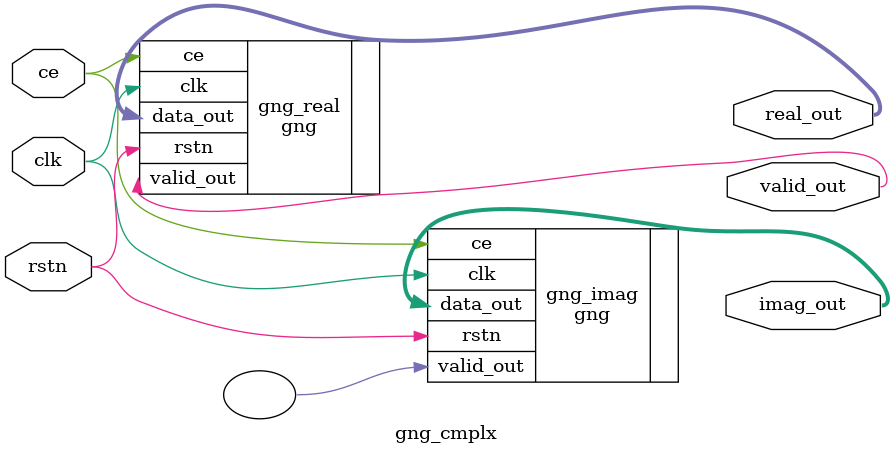
<source format=sv>
`timescale 1 ns / 1 ps

module gng_cmplx #(
    // real seeds
    parameter INIT_Z1 = 64'd5030521883283424767,
    parameter INIT_Z2 = 64'd18445829279364155008,
    parameter INIT_Z3 = 64'd18436106298727503359, 
    // imaginary seeds, not last two switched
    parameter INIT_Z4 = 64'd5030521883283424767,
    parameter INIT_Z5 = 64'd18436106298727503359,
    parameter INIT_Z6 = 64'd18445829279364155008
)
(
    // System signals
    input clk,                    // system clock
    input rstn,                   // system synchronous reset, active low

    // Data interface
    input ce,                     // clock enable
    output valid_out,             // output data valid
    output [15:0] real_out, imag_out        // output data, s<16,11>
);


gng #(
   .INIT_Z1(INIT_Z1),
   .INIT_Z2(INIT_Z2),
   .INIT_Z3(INIT_Z3)
)
gng_real (
    .clk(clk),
    .rstn(rstn),
    .ce(ce),
    .valid_out(valid_out),
    .data_out(real_out)
);

gng #(
   .INIT_Z1(INIT_Z4),
   .INIT_Z2(INIT_Z5),
   .INIT_Z3(INIT_Z6)
)
gng_imag (
    .clk(clk),
    .rstn(rstn),
    .ce(ce),
    .valid_out(),
    .data_out(imag_out)
);

endmodule

</source>
